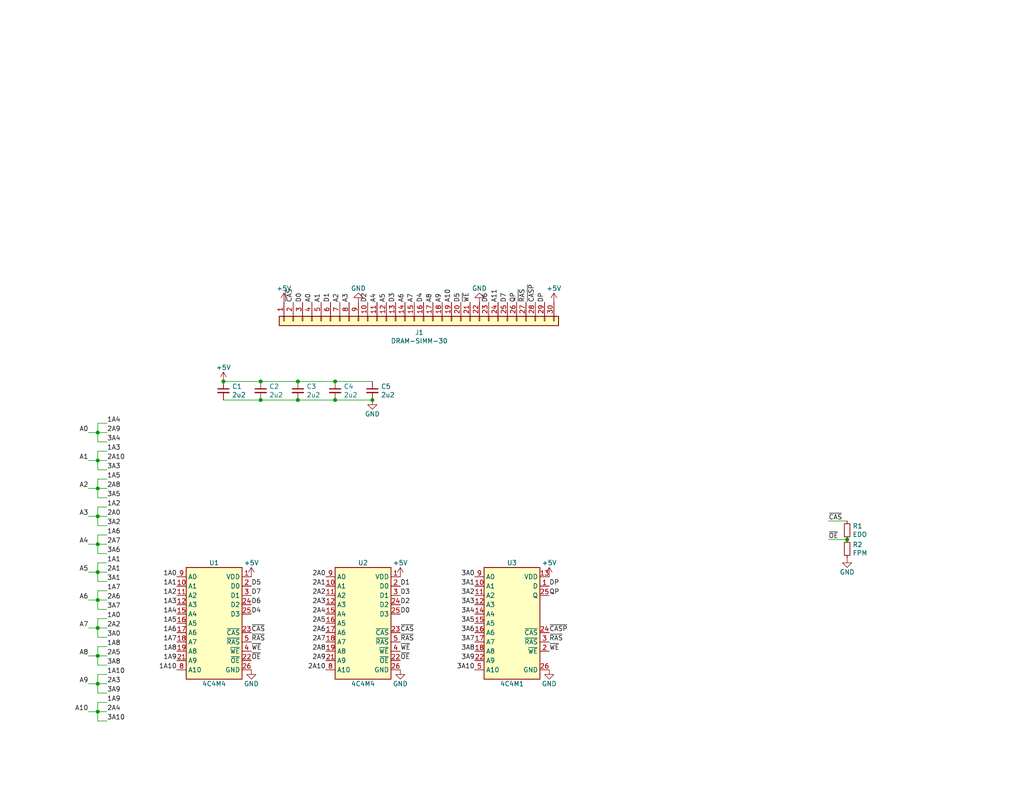
<source format=kicad_sch>
(kicad_sch (version 20211123) (generator eeschema)
  (paper "USLetter")
  (title_block (title "GW4191A") (date "2021-06-19") (rev "1.0") (company "Garrett's Workshop"))
  (lib_symbols
    (symbol "Connector_Generic:Conn_01x30" (pin_names (offset 1.016) hide)
      (property "Reference" "J" (at 0 38.1 0))
      (property "Value" "Conn_01x30" (at 0 -40.64 0))
      (symbol "Conn_01x30_1_1"
        (rectangle (start -1.27 -37.973) (end 0 -38.227) (stroke (width 0.1524)))
        (rectangle (start -1.27 -35.433) (end 0 -35.687) (stroke (width 0.1524)))
        (rectangle (start -1.27 -32.893) (end 0 -33.147) (stroke (width 0.1524)))
        (rectangle (start -1.27 -30.353) (end 0 -30.607) (stroke (width 0.1524)))
        (rectangle (start -1.27 -27.813) (end 0 -28.067) (stroke (width 0.1524)))
        (rectangle (start -1.27 -25.273) (end 0 -25.527) (stroke (width 0.1524)))
        (rectangle (start -1.27 -22.733) (end 0 -22.987) (stroke (width 0.1524)))
        (rectangle (start -1.27 -20.193) (end 0 -20.447) (stroke (width 0.1524)))
        (rectangle (start -1.27 -17.653) (end 0 -17.907) (stroke (width 0.1524)))
        (rectangle (start -1.27 -15.113) (end 0 -15.367) (stroke (width 0.1524)))
        (rectangle (start -1.27 -12.573) (end 0 -12.827) (stroke (width 0.1524)))
        (rectangle (start -1.27 -10.033) (end 0 -10.287) (stroke (width 0.1524)))
        (rectangle (start -1.27 -7.493) (end 0 -7.747) (stroke (width 0.1524)))
        (rectangle (start -1.27 -4.953) (end 0 -5.207) (stroke (width 0.1524)))
        (rectangle (start -1.27 -2.413) (end 0 -2.667) (stroke (width 0.1524)))
        (rectangle (start -1.27 0.127) (end 0 -0.127) (stroke (width 0.1524)))
        (rectangle (start -1.27 2.667) (end 0 2.413) (stroke (width 0.1524)))
        (rectangle (start -1.27 5.207) (end 0 4.953) (stroke (width 0.1524)))
        (rectangle (start -1.27 7.747) (end 0 7.493) (stroke (width 0.1524)))
        (rectangle (start -1.27 10.287) (end 0 10.033) (stroke (width 0.1524)))
        (rectangle (start -1.27 12.827) (end 0 12.573) (stroke (width 0.1524)))
        (rectangle (start -1.27 15.367) (end 0 15.113) (stroke (width 0.1524)))
        (rectangle (start -1.27 17.907) (end 0 17.653) (stroke (width 0.1524)))
        (rectangle (start -1.27 20.447) (end 0 20.193) (stroke (width 0.1524)))
        (rectangle (start -1.27 22.987) (end 0 22.733) (stroke (width 0.1524)))
        (rectangle (start -1.27 25.527) (end 0 25.273) (stroke (width 0.1524)))
        (rectangle (start -1.27 28.067) (end 0 27.813) (stroke (width 0.1524)))
        (rectangle (start -1.27 30.607) (end 0 30.353) (stroke (width 0.1524)))
        (rectangle (start -1.27 33.147) (end 0 32.893) (stroke (width 0.1524)))
        (rectangle (start -1.27 35.687) (end 0 35.433) (stroke (width 0.1524)))
        (rectangle (start -1.27 36.83) (end 1.27 -39.37) (stroke (width 0.254)) (fill (type background)))
        (pin passive line (at -5.08 35.56 0) (length 3.81) (name "Pin_1") (number "1"))
        (pin passive line (at -5.08 12.7 0) (length 3.81) (name "Pin_10") (number "10"))
        (pin passive line (at -5.08 10.16 0) (length 3.81) (name "Pin_11") (number "11"))
        (pin passive line (at -5.08 7.62 0) (length 3.81) (name "Pin_12") (number "12"))
        (pin passive line (at -5.08 5.08 0) (length 3.81) (name "Pin_13") (number "13"))
        (pin passive line (at -5.08 2.54 0) (length 3.81) (name "Pin_14") (number "14"))
        (pin passive line (at -5.08 0 0) (length 3.81) (name "Pin_15") (number "15"))
        (pin passive line (at -5.08 -2.54 0) (length 3.81) (name "Pin_16") (number "16"))
        (pin passive line (at -5.08 -5.08 0) (length 3.81) (name "Pin_17") (number "17"))
        (pin passive line (at -5.08 -7.62 0) (length 3.81) (name "Pin_18") (number "18"))
        (pin passive line (at -5.08 -10.16 0) (length 3.81) (name "Pin_19") (number "19"))
        (pin passive line (at -5.08 33.02 0) (length 3.81) (name "Pin_2") (number "2"))
        (pin passive line (at -5.08 -12.7 0) (length 3.81) (name "Pin_20") (number "20"))
        (pin passive line (at -5.08 -15.24 0) (length 3.81) (name "Pin_21") (number "21"))
        (pin passive line (at -5.08 -17.78 0) (length 3.81) (name "Pin_22") (number "22"))
        (pin passive line (at -5.08 -20.32 0) (length 3.81) (name "Pin_23") (number "23"))
        (pin passive line (at -5.08 -22.86 0) (length 3.81) (name "Pin_24") (number "24"))
        (pin passive line (at -5.08 -25.4 0) (length 3.81) (name "Pin_25") (number "25"))
        (pin passive line (at -5.08 -27.94 0) (length 3.81) (name "Pin_26") (number "26"))
        (pin passive line (at -5.08 -30.48 0) (length 3.81) (name "Pin_27") (number "27"))
        (pin passive line (at -5.08 -33.02 0) (length 3.81) (name "Pin_28") (number "28"))
        (pin passive line (at -5.08 -35.56 0) (length 3.81) (name "Pin_29") (number "29"))
        (pin passive line (at -5.08 30.48 0) (length 3.81) (name "Pin_3") (number "3"))
        (pin passive line (at -5.08 -38.1 0) (length 3.81) (name "Pin_30") (number "30"))
        (pin passive line (at -5.08 27.94 0) (length 3.81) (name "Pin_4") (number "4"))
        (pin passive line (at -5.08 25.4 0) (length 3.81) (name "Pin_5") (number "5"))
        (pin passive line (at -5.08 22.86 0) (length 3.81) (name "Pin_6") (number "6"))
        (pin passive line (at -5.08 20.32 0) (length 3.81) (name "Pin_7") (number "7"))
        (pin passive line (at -5.08 17.78 0) (length 3.81) (name "Pin_8") (number "8"))
        (pin passive line (at -5.08 15.24 0) (length 3.81) (name "Pin_9") (number "9"))
      )
    )
    (symbol "Device:C_Small" (pin_numbers hide) (pin_names (offset 0.254) hide)
      (property "Reference" "C" (at 0.254 1.778 0))
      (property "Value" "C_Small" (at 0.254 -2.032 0))
      (symbol "C_Small_0_1"
        (polyline (pts (xy -1.524 -0.508) (xy 1.524 -0.508)) (stroke (width 0.3302)))
        (polyline (pts (xy -1.524 0.508) (xy 1.524 0.508)) (stroke (width 0.3048)))
      )
      (symbol "C_Small_1_1"
        (pin passive line (at 0 2.54 270) (length 2.032) (name "~") (number "1"))
        (pin passive line (at 0 -2.54 90) (length 2.032) (name "~") (number "2"))
      )
    )
    (symbol "Device:R_Small" (pin_numbers hide) (pin_names (offset 0.254) hide)
      (property "Reference" "R" (at 0.762 0.508 0))
      (property "Value" "R_Small" (at 0.762 -1.016 0))
      (symbol "R_Small_0_1"
        (rectangle (start -0.762 1.778) (end 0.762 -1.778) (stroke (width 0.2032)))
      )
      (symbol "R_Small_1_1"
        (pin passive line (at 0 2.54 270) (length 0.762) (name "~") (number "1"))
        (pin passive line (at 0 -2.54 90) (length 0.762) (name "~") (number "2"))
      )
    )
    (symbol "GW_RAM:DRAM-4Mx1-SOP-20"
      (property "Reference" "U" (at 0 16.51 0))
      (property "Value" "DRAM-4Mx1-SOP-20" (at 0 0 90))
      (symbol "DRAM-4Mx1-SOP-20_0_1"
        (rectangle (start -7.62 15.24) (end 7.62 -15.24) (stroke (width 0.254)) (fill (type background)))
      )
      (symbol "DRAM-4Mx1-SOP-20_1_1"
        (pin input line (at 10.16 10.16 180) (length 2.54) (name "D") (number "1"))
        (pin input line (at -10.16 10.16 0) (length 2.54) (name "A1") (number "10"))
        (pin input line (at -10.16 7.62 0) (length 2.54) (name "A2") (number "11"))
        (pin input line (at -10.16 5.08 0) (length 2.54) (name "A3") (number "12"))
        (pin power_in line (at 10.16 12.7 180) (length 2.54) (name "VDD") (number "13"))
        (pin input line (at -10.16 2.54 0) (length 2.54) (name "A4") (number "14"))
        (pin input line (at -10.16 0 0) (length 2.54) (name "A5") (number "15"))
        (pin input line (at -10.16 -2.54 0) (length 2.54) (name "A6") (number "16"))
        (pin input line (at -10.16 -5.08 0) (length 2.54) (name "A7") (number "17"))
        (pin input line (at -10.16 -7.62 0) (length 2.54) (name "A8") (number "18"))
        (pin input line (at 10.16 -7.62 180) (length 2.54) (name "~{WE}") (number "2"))
        (pin input line (at -10.16 -10.16 0) (length 2.54) (name "A9") (number "22"))
        (pin no_connect line (at 10.16 0 180) (length 2.54) hide (name "NC") (number "23"))
        (pin input line (at 10.16 -2.54 180) (length 2.54) (name "~{CAS}") (number "24"))
        (pin tri_state line (at 10.16 7.62 180) (length 2.54) (name "Q") (number "25"))
        (pin power_in line (at 10.16 -12.7 180) (length 2.54) (name "GND") (number "26"))
        (pin input line (at 10.16 -5.08 180) (length 2.54) (name "~{RAS}") (number "3"))
        (pin no_connect line (at 10.16 1.27 180) (length 2.54) hide (name "NC") (number "4"))
        (pin input line (at -10.16 -12.7 0) (length 2.54) (name "A10") (number "5"))
        (pin input line (at -10.16 12.7 0) (length 2.54) (name "A0") (number "9"))
      )
    )
    (symbol "GW_RAM:DRAM-4Mx4-SOP-24"
      (property "Reference" "U" (at 0 16.51 0))
      (property "Value" "DRAM-4Mx4-SOP-24" (at 0 0 90))
      (symbol "DRAM-4Mx4-SOP-24_0_1"
        (rectangle (start -7.62 15.24) (end 7.62 -15.24) (stroke (width 0.254)) (fill (type background)))
      )
      (symbol "DRAM-4Mx4-SOP-24_1_1"
        (pin power_in line (at 10.16 12.7 180) (length 2.54) (name "VDD") (number "1"))
        (pin input line (at -10.16 10.16 0) (length 2.54) (name "A1") (number "10"))
        (pin input line (at -10.16 7.62 0) (length 2.54) (name "A2") (number "11"))
        (pin input line (at -10.16 5.08 0) (length 2.54) (name "A3") (number "12"))
        (pin power_in line (at 10.16 12.7 180) (length 2.54) hide (name "VDD") (number "13"))
        (pin power_in line (at 10.16 -12.7 180) (length 2.54) hide (name "GND") (number "14"))
        (pin input line (at -10.16 2.54 0) (length 2.54) (name "A4") (number "15"))
        (pin input line (at -10.16 0 0) (length 2.54) (name "A5") (number "16"))
        (pin input line (at -10.16 -2.54 0) (length 2.54) (name "A6") (number "17"))
        (pin input line (at -10.16 -5.08 0) (length 2.54) (name "A7") (number "18"))
        (pin input line (at -10.16 -7.62 0) (length 2.54) (name "A8") (number "19"))
        (pin bidirectional line (at 10.16 10.16 180) (length 2.54) (name "D0") (number "2"))
        (pin no_connect line (at 10.16 0 180) (length 2.54) hide (name "NC") (number "20"))
        (pin input line (at -10.16 -10.16 0) (length 2.54) (name "A9") (number "21"))
        (pin input line (at 10.16 -10.16 180) (length 2.54) (name "~{OE}") (number "22"))
        (pin input line (at 10.16 -2.54 180) (length 2.54) (name "~{CAS}") (number "23"))
        (pin bidirectional line (at 10.16 5.08 180) (length 2.54) (name "D2") (number "24"))
        (pin bidirectional line (at 10.16 2.54 180) (length 2.54) (name "D3") (number "25"))
        (pin power_in line (at 10.16 -12.7 180) (length 2.54) (name "GND") (number "26"))
        (pin bidirectional line (at 10.16 7.62 180) (length 2.54) (name "D1") (number "3"))
        (pin input line (at 10.16 -7.62 180) (length 2.54) (name "~{WE}") (number "4"))
        (pin input line (at 10.16 -5.08 180) (length 2.54) (name "~{RAS}") (number "5"))
        (pin no_connect line (at 10.16 0 180) (length 2.54) hide (name "NC") (number "7"))
        (pin input line (at -10.16 -12.7 0) (length 2.54) (name "A10") (number "8"))
        (pin input line (at -10.16 12.7 0) (length 2.54) (name "A0") (number "9"))
      )
    )
    (symbol "power:+5V" (power) (pin_names (offset 0))
      (property "Value" "+5V" (at 0 3.556 0))
      (symbol "+5V_0_1"
        (polyline (pts (xy -0.762 1.27) (xy 0 2.54)))
        (polyline (pts (xy 0 0) (xy 0 2.54)))
        (polyline (pts (xy 0 2.54) (xy 0.762 1.27)))
      )
      (symbol "+5V_1_1"
        (pin power_in line (at 0 0 90) (length 0) hide (name "+5V") (number "1"))
      )
    )
    (symbol "power:GND" (power) (pin_names (offset 0))
      (property "Value" "GND" (at 0 -3.81 0))
      (symbol "GND_0_1"
        (polyline (pts (xy 0 0) (xy 0 -1.27) (xy 1.27 -1.27) (xy 0 -2.54) (xy -1.27 -1.27) (xy 0 -1.27)))
      )
      (symbol "GND_1_1"
        (pin power_in line (at 0 0 270) (length 0) hide (name "GND") (number "1"))
      )
    )
  )
  (junction (at 91.44 109.22))
  (junction (at 26.67 186.69))
  (junction (at 26.67 179.07))
  (junction (at 26.67 140.97))
  (junction (at 26.67 148.59))
  (junction (at 91.44 104.14))
  (junction (at 26.67 171.45))
  (junction (at 26.67 133.35))
  (junction (at 26.67 118.11))
  (junction (at 60.96 104.14))
  (junction (at 71.12 104.14))
  (junction (at 26.67 194.31))
  (junction (at 231.14 147.32))
  (junction (at 26.67 163.83))
  (junction (at 81.28 104.14))
  (junction (at 26.67 156.21))
  (junction (at 81.28 109.22))
  (junction (at 101.6 109.22))
  (junction (at 71.12 109.22))
  (junction (at 26.67 125.73))
  (wire (pts (xy 26.67 130.81) (xy 29.21 130.81)))
  (wire (pts (xy 24.13 118.11) (xy 26.67 118.11)))
  (wire (pts (xy 26.67 186.69) (xy 29.21 186.69)))
  (wire (pts (xy 26.67 184.15) (xy 26.67 186.69)))
  (wire (pts (xy 26.67 156.21) (xy 29.21 156.21)))
  (wire (pts (xy 26.67 189.23) (xy 29.21 189.23)))
  (wire (pts (xy 26.67 146.05) (xy 29.21 146.05)))
  (wire (pts (xy 26.67 181.61) (xy 26.67 179.07)))
  (wire (pts (xy 26.67 161.29) (xy 26.67 163.83)))
  (wire (pts (xy 26.67 128.27) (xy 29.21 128.27)))
  (wire (pts (xy 24.13 186.69) (xy 26.67 186.69)))
  (wire (pts (xy 26.67 130.81) (xy 26.67 133.35)))
  (wire (pts (xy 26.67 181.61) (xy 29.21 181.61)))
  (wire (pts (xy 26.67 140.97) (xy 29.21 140.97)))
  (wire (pts (xy 26.67 166.37) (xy 29.21 166.37)))
  (wire (pts (xy 81.28 104.14) (xy 71.12 104.14)))
  (wire (pts (xy 26.67 118.11) (xy 29.21 118.11)))
  (wire (pts (xy 26.67 166.37) (xy 26.67 163.83)))
  (wire (pts (xy 24.13 133.35) (xy 26.67 133.35)))
  (wire (pts (xy 26.67 168.91) (xy 29.21 168.91)))
  (wire (pts (xy 71.12 109.22) (xy 60.96 109.22)))
  (wire (pts (xy 26.67 163.83) (xy 29.21 163.83)))
  (wire (pts (xy 91.44 104.14) (xy 81.28 104.14)))
  (wire (pts (xy 60.96 104.14) (xy 71.12 104.14)))
  (wire (pts (xy 101.6 104.14) (xy 91.44 104.14)))
  (wire (pts (xy 26.67 173.99) (xy 26.67 171.45)))
  (wire (pts (xy 26.67 173.99) (xy 29.21 173.99)))
  (wire (pts (xy 24.13 179.07) (xy 26.67 179.07)))
  (wire (pts (xy 26.67 120.65) (xy 26.67 118.11)))
  (wire (pts (xy 26.67 153.67) (xy 29.21 153.67)))
  (wire (pts (xy 26.67 196.85) (xy 26.67 194.31)))
  (wire (pts (xy 26.67 151.13) (xy 29.21 151.13)))
  (wire (pts (xy 26.67 168.91) (xy 26.67 171.45)))
  (wire (pts (xy 26.67 161.29) (xy 29.21 161.29)))
  (wire (pts (xy 26.67 115.57) (xy 29.21 115.57)))
  (wire (pts (xy 24.13 125.73) (xy 26.67 125.73)))
  (wire (pts (xy 26.67 194.31) (xy 29.21 194.31)))
  (wire (pts (xy 26.67 189.23) (xy 26.67 186.69)))
  (wire (pts (xy 26.67 125.73) (xy 29.21 125.73)))
  (wire (pts (xy 26.67 191.77) (xy 29.21 191.77)))
  (wire (pts (xy 26.67 176.53) (xy 26.67 179.07)))
  (wire (pts (xy 26.67 135.89) (xy 26.67 133.35)))
  (wire (pts (xy 24.13 163.83) (xy 26.67 163.83)))
  (wire (pts (xy 26.67 158.75) (xy 29.21 158.75)))
  (wire (pts (xy 26.67 171.45) (xy 29.21 171.45)))
  (wire (pts (xy 226.06 142.24) (xy 231.14 142.24)))
  (wire (pts (xy 26.67 179.07) (xy 29.21 179.07)))
  (wire (pts (xy 26.67 120.65) (xy 29.21 120.65)))
  (wire (pts (xy 26.67 146.05) (xy 26.67 148.59)))
  (wire (pts (xy 91.44 109.22) (xy 101.6 109.22)))
  (wire (pts (xy 81.28 109.22) (xy 91.44 109.22)))
  (wire (pts (xy 26.67 158.75) (xy 26.67 156.21)))
  (wire (pts (xy 26.67 143.51) (xy 29.21 143.51)))
  (wire (pts (xy 26.67 143.51) (xy 26.67 140.97)))
  (wire (pts (xy 26.67 115.57) (xy 26.67 118.11)))
  (wire (pts (xy 26.67 123.19) (xy 29.21 123.19)))
  (wire (pts (xy 26.67 128.27) (xy 26.67 125.73)))
  (wire (pts (xy 26.67 184.15) (xy 29.21 184.15)))
  (wire (pts (xy 26.67 151.13) (xy 26.67 148.59)))
  (wire (pts (xy 26.67 191.77) (xy 26.67 194.31)))
  (wire (pts (xy 24.13 148.59) (xy 26.67 148.59)))
  (wire (pts (xy 71.12 109.22) (xy 81.28 109.22)))
  (wire (pts (xy 26.67 123.19) (xy 26.67 125.73)))
  (wire (pts (xy 26.67 138.43) (xy 29.21 138.43)))
  (wire (pts (xy 26.67 133.35) (xy 29.21 133.35)))
  (wire (pts (xy 26.67 148.59) (xy 29.21 148.59)))
  (wire (pts (xy 26.67 135.89) (xy 29.21 135.89)))
  (wire (pts (xy 26.67 153.67) (xy 26.67 156.21)))
  (wire (pts (xy 231.14 147.32) (xy 226.06 147.32)))
  (wire (pts (xy 26.67 176.53) (xy 29.21 176.53)))
  (wire (pts (xy 24.13 171.45) (xy 26.67 171.45)))
  (wire (pts (xy 24.13 140.97) (xy 26.67 140.97)))
  (wire (pts (xy 26.67 138.43) (xy 26.67 140.97)))
  (wire (pts (xy 24.13 194.31) (xy 26.67 194.31)))
  (wire (pts (xy 26.67 196.85) (xy 29.21 196.85)))
  (wire (pts (xy 24.13 156.21) (xy 26.67 156.21)))
  (label "2A6" (at 88.9 172.72 180))
  (label "2A1" (at 29.21 156.21 0))
  (label "A6" (at 24.13 163.83 180))
  (label "3A1" (at 129.54 160.02 180))
  (label "A2" (at 24.13 133.35 180))
  (label "D0" (at 109.22 167.64 0))
  (label "D7" (at 138.43 82.55 90))
  (label "2A4" (at 29.21 194.31 0))
  (label "~{WE}" (at 68.58 177.8 0))
  (label "2A9" (at 88.9 180.34 180))
  (label "3A6" (at 129.54 172.72 180))
  (label "2A4" (at 88.9 167.64 180))
  (label "1A7" (at 29.21 161.29 0))
  (label "1A5" (at 48.26 170.18 180))
  (label "A3" (at 24.13 140.97 180))
  (label "2A7" (at 29.21 148.59 0))
  (label "~{OE}" (at 226.06 147.32 0))
  (label "~{WE}" (at 149.86 177.8 0))
  (label "A0" (at 24.13 118.11 180))
  (label "1A8" (at 48.26 177.8 180))
  (label "~{CASP}" (at 149.86 172.72 0))
  (label "A4" (at 24.13 148.59 180))
  (label "~{OE}" (at 68.58 180.34 0))
  (label "3A10" (at 129.54 182.88 180))
  (label "A6" (at 110.49 82.55 90))
  (label "2A3" (at 88.9 165.1 180))
  (label "1A1" (at 29.21 153.67 0))
  (label "3A2" (at 129.54 162.56 180))
  (label "A1" (at 24.13 125.73 180))
  (label "~{CASP}" (at 146.05 82.55 90))
  (label "A5" (at 24.13 156.21 180))
  (label "A3" (at 95.25 82.55 90))
  (label "DP" (at 149.86 160.02 0))
  (label "D4" (at 115.57 82.55 90))
  (label "1A4" (at 48.26 167.64 180))
  (label "QP" (at 149.86 162.56 0))
  (label "3A9" (at 29.21 189.23 0))
  (label "QP" (at 140.97 82.55 90))
  (label "~{CAS}" (at 68.58 172.72 0))
  (label "1A9" (at 29.21 191.77 0))
  (label "A0" (at 85.09 82.55 90))
  (label "2A7" (at 88.9 175.26 180))
  (label "3A9" (at 129.54 180.34 180))
  (label "1A6" (at 48.26 172.72 180))
  (label "3A10" (at 29.21 196.85 0))
  (label "A9" (at 120.65 82.55 90))
  (label "2A8" (at 29.21 133.35 0))
  (label "~{RAS}" (at 68.58 175.26 0))
  (label "2A6" (at 29.21 163.83 0))
  (label "D1" (at 109.22 160.02 0))
  (label "~{RAS}" (at 143.51 82.55 90))
  (label "~{RAS}" (at 149.86 175.26 0))
  (label "D6" (at 133.35 82.55 90))
  (label "1A4" (at 29.21 115.57 0))
  (label "3A6" (at 29.21 151.13 0))
  (label "3A5" (at 129.54 170.18 180))
  (label "2A0" (at 88.9 157.48 180))
  (label "D0" (at 82.55 82.55 90))
  (label "D5" (at 125.73 82.55 90))
  (label "3A3" (at 29.21 128.27 0))
  (label "3A0" (at 29.21 173.99 0))
  (label "1A8" (at 29.21 176.53 0))
  (label "3A8" (at 129.54 177.8 180))
  (label "1A10" (at 29.21 184.15 0))
  (label "1A1" (at 48.26 160.02 180))
  (label "3A4" (at 129.54 167.64 180))
  (label "A9" (at 24.13 186.69 180))
  (label "1A2" (at 48.26 162.56 180))
  (label "3A0" (at 129.54 157.48 180))
  (label "A10" (at 24.13 194.31 180))
  (label "~{WE}" (at 128.27 82.55 90))
  (label "1A3" (at 48.26 165.1 180))
  (label "1A5" (at 29.21 130.81 0))
  (label "D7" (at 68.58 162.56 0))
  (label "A8" (at 118.11 82.55 90))
  (label "2A5" (at 29.21 179.07 0))
  (label "~{RAS}" (at 109.22 175.26 0))
  (label "3A3" (at 129.54 165.1 180))
  (label "A7" (at 113.03 82.55 90))
  (label "D1" (at 90.17 82.55 90))
  (label "2A10" (at 29.21 125.73 0))
  (label "A11" (at 135.89 82.55 90))
  (label "A8" (at 24.13 179.07 180))
  (label "2A0" (at 29.21 140.97 0))
  (label "D3" (at 109.22 162.56 0))
  (label "A10" (at 123.19 82.55 90))
  (label "D6" (at 68.58 165.1 0))
  (label "2A1" (at 88.9 160.02 180))
  (label "2A10" (at 88.9 182.88 180))
  (label "D3" (at 107.95 82.55 90))
  (label "3A7" (at 29.21 166.37 0))
  (label "3A1" (at 29.21 158.75 0))
  (label "A7" (at 24.13 171.45 180))
  (label "3A7" (at 129.54 175.26 180))
  (label "1A10" (at 48.26 182.88 180))
  (label "A1" (at 87.63 82.55 90))
  (label "DP" (at 148.59 82.55 90))
  (label "3A5" (at 29.21 135.89 0))
  (label "A2" (at 92.71 82.55 90))
  (label "~{OE}" (at 109.22 180.34 0))
  (label "1A0" (at 48.26 157.48 180))
  (label "1A3" (at 29.21 123.19 0))
  (label "D5" (at 68.58 160.02 0))
  (label "~{CAS}" (at 80.01 82.55 90))
  (label "D4" (at 68.58 167.64 0))
  (label "1A6" (at 29.21 146.05 0))
  (label "D2" (at 109.22 165.1 0))
  (label "1A7" (at 48.26 175.26 180))
  (label "2A5" (at 88.9 170.18 180))
  (label "1A0" (at 29.21 168.91 0))
  (label "3A2" (at 29.21 143.51 0))
  (label "~{WE}" (at 109.22 177.8 0))
  (label "1A2" (at 29.21 138.43 0))
  (label "3A4" (at 29.21 120.65 0))
  (label "~{CAS}" (at 226.06 142.24 0))
  (label "D2" (at 100.33 82.55 90))
  (label "A4" (at 102.87 82.55 90))
  (label "2A2" (at 88.9 162.56 180))
  (label "2A9" (at 29.21 118.11 0))
  (label "~{CAS}" (at 109.22 172.72 0))
  (label "3A8" (at 29.21 181.61 0))
  (label "2A8" (at 88.9 177.8 180))
  (label "2A2" (at 29.21 171.45 0))
  (label "1A9" (at 48.26 180.34 180))
  (label "2A3" (at 29.21 186.69 0))
  (label "A5" (at 105.41 82.55 90))
  (symbol (lib_id "Connector_Generic:Conn_01x30") (at 113.03 87.63 90) (mirror x) (unit 1)
    (property "Reference" "J1" (at 114.4016 90.7796 90))
    (property "Value" "DRAM-SIMM-30" (at 114.4016 93.091 90))
    (property "Footprint" "stdpads:SIMM-30_Edge" (effects hide))
  )
  (symbol (lib_id "power:+5V") (at 151.13 82.55 0) (unit 1)
    (property "Reference" "#PWR0101" (effects hide))
    (property "Value" "+5V" (at 151.13 78.74 0))
  )
  (symbol (lib_id "power:+5V") (at 77.47 82.55 0) (unit 1)
    (property "Reference" "#PWR0102" (effects hide))
    (property "Value" "+5V" (at 77.47 78.74 0))
  )
  (symbol (lib_id "power:GND") (at 130.81 82.55 180) (unit 1)
    (property "Reference" "#PWR0103" (effects hide))
    (property "Value" "GND" (at 130.81 78.74 0))
  )
  (symbol (lib_id "power:GND") (at 97.79 82.55 180) (unit 1)
    (property "Reference" "#PWR0104" (effects hide))
    (property "Value" "GND" (at 97.79 78.74 0))
  )
  (symbol (lib_id "Device:C_Small") (at 60.96 106.68 0) (unit 1)
    (property "Reference" "C1" (at 63.2968 105.5116 0) (effects (justify left)))
    (property "Value" "2u2" (at 63.2968 107.823 0) (effects (justify left)))
    (property "Footprint" "stdpads:C_0805" (effects hide))
  )
  (symbol (lib_id "Device:C_Small") (at 71.12 106.68 0) (unit 1)
    (property "Reference" "C2" (at 73.4568 105.5116 0) (effects (justify left)))
    (property "Value" "2u2" (at 73.4568 107.823 0) (effects (justify left)))
    (property "Footprint" "stdpads:C_0805" (effects hide))
  )
  (symbol (lib_id "power:+5V") (at 60.96 104.14 0) (unit 1)
    (property "Reference" "#PWR0113" (effects hide))
    (property "Value" "+5V" (at 60.96 100.33 0))
  )
  (symbol (lib_id "Device:C_Small") (at 81.28 106.68 0) (unit 1)
    (property "Reference" "C3" (at 83.6168 105.5116 0) (effects (justify left)))
    (property "Value" "2u2" (at 83.6168 107.823 0) (effects (justify left)))
    (property "Footprint" "stdpads:C_0805" (effects hide))
  )
  (symbol (lib_id "Device:C_Small") (at 91.44 106.68 0) (unit 1)
    (property "Reference" "C4" (at 93.7768 105.5116 0) (effects (justify left)))
    (property "Value" "2u2" (at 93.7768 107.823 0) (effects (justify left)))
    (property "Footprint" "stdpads:C_0805" (effects hide))
  )
  (symbol (lib_id "GW_RAM:DRAM-4Mx4-SOP-24") (at 58.42 170.18 0) (unit 1)
    (property "Reference" "U1" (at 58.42 153.67 0))
    (property "Value" "4C4M4" (at 58.42 186.69 0))
    (property "Footprint" "stdpads:SOP-24-26_300mil" (effects hide))
    (property "Datasheet" "https://www.alliancememory.com/wp-content/uploads/pdf/AS6C8008.pdf" (effects hide))
  )
  (symbol (lib_id "power:GND") (at 68.58 182.88 0) (unit 1)
    (property "Reference" "#PWR0105" (effects hide))
    (property "Value" "GND" (at 68.58 186.69 0))
  )
  (symbol (lib_id "power:+5V") (at 68.58 157.48 0) (unit 1)
    (property "Reference" "#PWR0106" (effects hide))
    (property "Value" "+5V" (at 68.58 153.67 0))
  )
  (symbol (lib_id "GW_RAM:DRAM-4Mx4-SOP-24") (at 99.06 170.18 0) (unit 1)
    (property "Reference" "U2" (at 99.06 153.67 0))
    (property "Value" "4C4M4" (at 99.06 186.69 0))
    (property "Footprint" "stdpads:SOP-24-26_300mil" (effects hide))
    (property "Datasheet" "https://www.alliancememory.com/wp-content/uploads/pdf/AS6C8008.pdf" (effects hide))
  )
  (symbol (lib_id "power:GND") (at 109.22 182.88 0) (unit 1)
    (property "Reference" "#PWR0108" (effects hide))
    (property "Value" "GND" (at 109.22 186.69 0))
  )
  (symbol (lib_id "power:+5V") (at 109.22 157.48 0) (unit 1)
    (property "Reference" "#PWR0109" (effects hide))
    (property "Value" "+5V" (at 109.22 153.67 0))
  )
  (symbol (lib_id "power:GND") (at 101.6 109.22 0) (unit 1)
    (property "Reference" "#PWR0110" (effects hide))
    (property "Value" "GND" (at 101.6 113.03 0))
  )
  (symbol (lib_id "Device:C_Small") (at 101.6 106.68 0) (unit 1)
    (property "Reference" "C5" (at 103.9368 105.5116 0) (effects (justify left)))
    (property "Value" "2u2" (at 103.9368 107.823 0) (effects (justify left)))
    (property "Footprint" "stdpads:C_0805" (effects hide))
  )
  (symbol (lib_id "power:GND") (at 149.86 182.88 0) (unit 1)
    (property "Reference" "#PWR0107" (effects hide))
    (property "Value" "GND" (at 149.86 186.69 0))
  )
  (symbol (lib_id "power:+5V") (at 149.86 157.48 0) (unit 1)
    (property "Reference" "#PWR0111" (effects hide))
    (property "Value" "+5V" (at 149.86 153.67 0))
  )
  (symbol (lib_id "GW_RAM:DRAM-4Mx1-SOP-20") (at 139.7 170.18 0) (unit 1)
    (property "Reference" "U3" (at 139.7 153.67 0))
    (property "Value" "4C4M1" (at 139.7 186.69 0))
    (property "Footprint" "stdpads:SOP-20-26_300mil" (effects hide))
  )
  (symbol (lib_id "Device:R_Small") (at 231.14 149.86 0) (unit 1)
    (property "Reference" "R2" (at 232.6386 148.6916 0) (effects (justify left)))
    (property "Value" "FPM" (at 232.6386 151.003 0) (effects (justify left)))
    (property "Footprint" "stdpads:R_0805" (effects hide))
  )
  (symbol (lib_id "Device:R_Small") (at 231.14 144.78 0) (unit 1)
    (property "Reference" "R1" (at 232.6386 143.6116 0) (effects (justify left)))
    (property "Value" "EDO" (at 232.6386 145.923 0) (effects (justify left)))
    (property "Footprint" "stdpads:R_0805" (effects hide))
  )
  (symbol (lib_id "power:GND") (at 231.14 152.4 0) (unit 1)
    (property "Reference" "#PWR0115" (effects hide))
    (property "Value" "GND" (at 231.14 156.21 0))
  )
)
</source>
